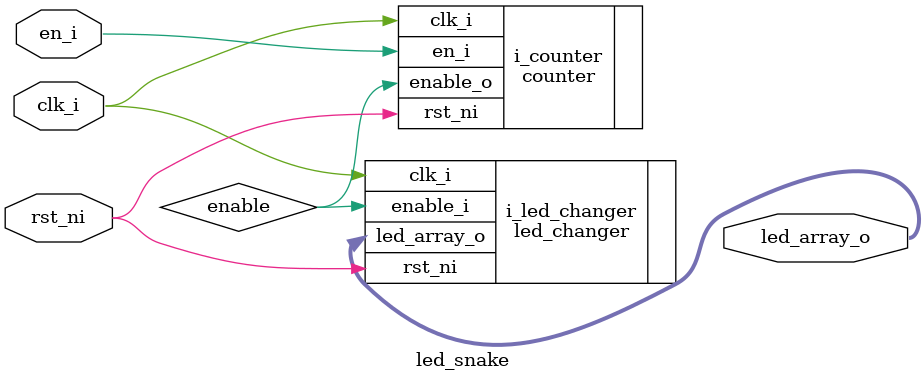
<source format=v>
module led_snake#(
parameter TIME_TO_STAY 	= 1,
parameter FREQ 			= 1,
parameter NO_LEDS		= 8
)(
input 		clk_i		,
input 		rst_ni		,
input 		en_i		,
output wire [NO_LEDS - 1:0] led_array_o
);

localparam integer PERIODS_TO_COUNT = FREQ * TIME_TO_STAY;
wire enable;

counter #(.TIME_TO_COUNT(PERIODS_TO_COUNT))  i_counter(
.clk_i    		(clk_i  			),
.rst_ni   		(rst_ni 			),
.enable_o    	(enable 			),
.en_i			(en_i				)
);

led_changer #(.NO_LEDS(NO_LEDS))  i_led_changer(
.clk_i    		(clk_i  			),
.rst_ni   		(rst_ni 			),
.enable_i    	(enable 			),
.led_array_o	(led_array_o		)
);


endmodule
</source>
